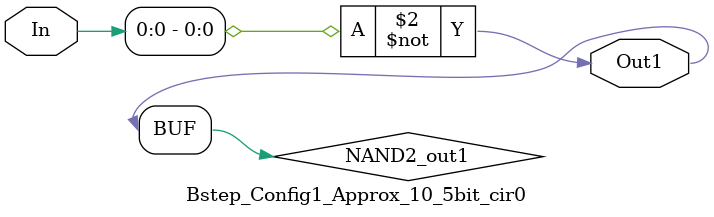
<source format=v>
`timescale 1 ns / 1 ns
module Bstep_Config1_Approx_10_5bit_cir0
(In,Out1);
input [4:0]In;
output [0:0]Out1;
wire NAND2_out1;
assign NAND2_out1 =  ~ (In[0] & In[0]);
assign Out1[0] = NAND2_out1;
endmodule  // Bstep_Config1_Approx_10_5bit_cir0
</source>
